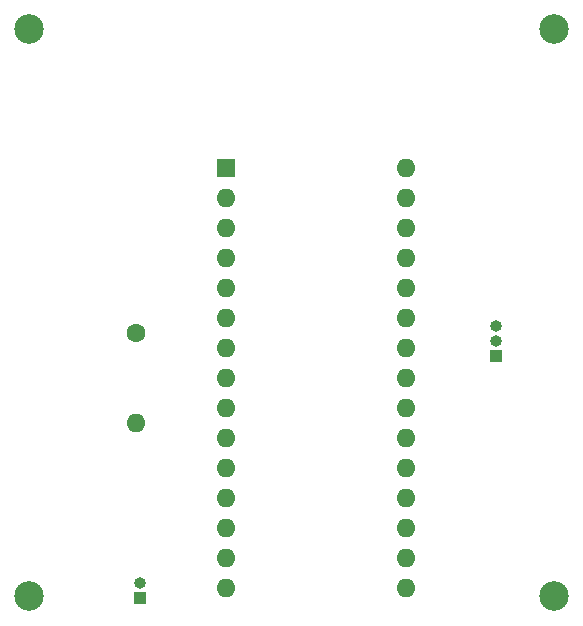
<source format=gbr>
%TF.GenerationSoftware,KiCad,Pcbnew,(6.0.11)*%
%TF.CreationDate,2023-02-17T13:23:48-05:00*%
%TF.ProjectId,mainboard,6d61696e-626f-4617-9264-2e6b69636164,rev?*%
%TF.SameCoordinates,Original*%
%TF.FileFunction,Soldermask,Top*%
%TF.FilePolarity,Negative*%
%FSLAX46Y46*%
G04 Gerber Fmt 4.6, Leading zero omitted, Abs format (unit mm)*
G04 Created by KiCad (PCBNEW (6.0.11)) date 2023-02-17 13:23:48*
%MOMM*%
%LPD*%
G01*
G04 APERTURE LIST*
%ADD10C,2.500000*%
%ADD11R,1.600000X1.600000*%
%ADD12O,1.600000X1.600000*%
%ADD13C,1.600000*%
%ADD14R,1.000000X1.000000*%
%ADD15O,1.000000X1.000000*%
G04 APERTURE END LIST*
D10*
%TO.C,REF\u002A\u002A*%
X144500000Y-148000000D03*
%TD*%
D11*
%TO.C,A1*%
X116710000Y-111760000D03*
D12*
X116710000Y-114300000D03*
X116710000Y-116840000D03*
X116710000Y-119380000D03*
X116710000Y-121920000D03*
X116710000Y-124460000D03*
X116710000Y-127000000D03*
X116710000Y-129540000D03*
X116710000Y-132080000D03*
X116710000Y-134620000D03*
X116710000Y-137160000D03*
X116710000Y-139700000D03*
X116710000Y-142240000D03*
X116710000Y-144780000D03*
X116710000Y-147320000D03*
X131950000Y-147320000D03*
X131950000Y-144780000D03*
X131950000Y-142240000D03*
X131950000Y-139700000D03*
X131950000Y-137160000D03*
X131950000Y-134620000D03*
X131950000Y-132080000D03*
X131950000Y-129540000D03*
X131950000Y-127000000D03*
X131950000Y-124460000D03*
X131950000Y-121920000D03*
X131950000Y-119380000D03*
X131950000Y-116840000D03*
X131950000Y-114300000D03*
X131950000Y-111760000D03*
%TD*%
D13*
%TO.C,R1*%
X109090000Y-125730000D03*
D12*
X109090000Y-133350000D03*
%TD*%
D14*
%TO.C,U1*%
X139570000Y-127635000D03*
D15*
X139570000Y-126365000D03*
X139570000Y-125095000D03*
%TD*%
D10*
%TO.C,REF\u002A\u002A*%
X100000000Y-148000000D03*
%TD*%
%TO.C,REF\u002A\u002A*%
X144500000Y-100000000D03*
%TD*%
D14*
%TO.C,M1*%
X109389991Y-148126250D03*
D15*
X109389991Y-146856250D03*
%TD*%
D10*
%TO.C,REF\u002A\u002A*%
X100000000Y-100000000D03*
%TD*%
M02*

</source>
